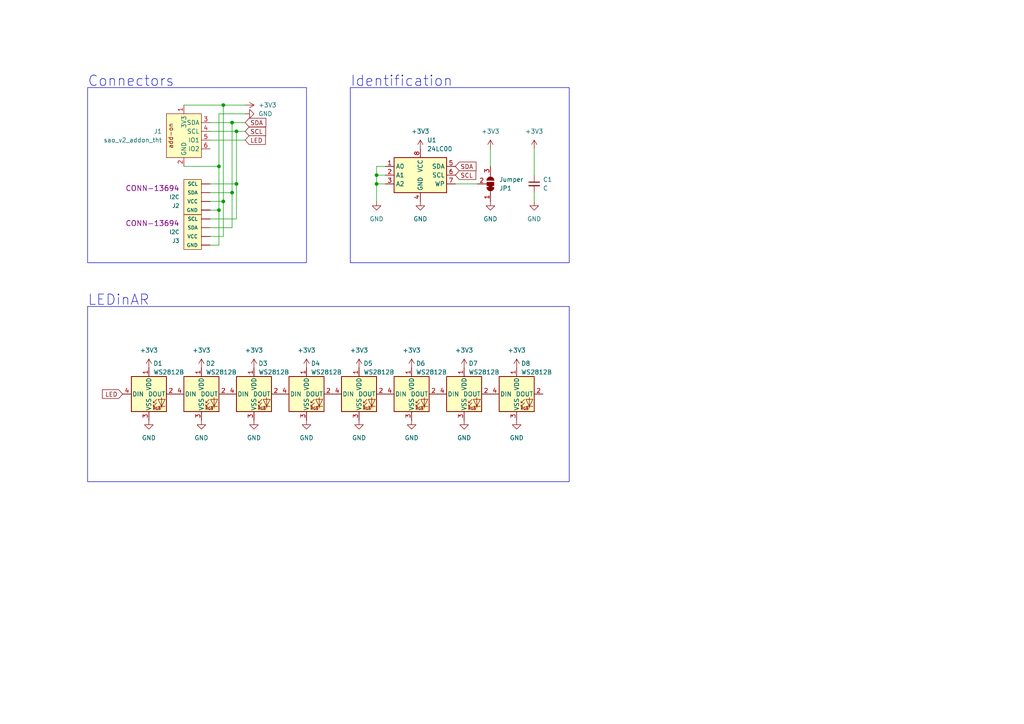
<source format=kicad_sch>
(kicad_sch (version 20230121) (generator eeschema)
  (paper "A4")
  (lib_symbols
    (symbol "Device:C_Small" (pin_numbers hide) (pin_names (offset 0.254) hide)
      (property "Reference" "C" (at 0.254 1.778 0))
      (property "Value" "C_Small" (at 0.254 -2.032 0))
      (symbol "C_Small_0_1"
        (polyline (pts (xy -1.524 -0.508) (xy 1.524 -0.508)) (stroke (width 0.3302)))
        (polyline (pts (xy -1.524 0.508) (xy 1.524 0.508)) (stroke (width 0.3048)))
      )
      (symbol "C_Small_1_1"
        (pin passive line (at 0 2.54 270) (length 2.032) (name "~") (number "1"))
        (pin passive line (at 0 -2.54 90) (length 2.032) (name "~") (number "2"))
      )
    )
    (symbol "Jumper:SolderJumper_3_Bridged12" (pin_names (offset 0) hide)
      (property "Reference" "JP" (at -2.54 -2.54 0))
      (property "Value" "SolderJumper_3_Bridged12" (at 0 2.794 0))
      (symbol "SolderJumper_3_Bridged12_0_1"
        (rectangle (start -1.016 0.508) (end -0.508 -0.508) (fill (type outline)))
        (arc (start -1.016 1.016) (mid -2.0276 0) (end -1.016 -1.016))
        (arc (start -1.016 1.016) (mid -2.0276 0) (end -1.016 -1.016) (fill (type outline)))
        (rectangle (start -0.508 1.016) (end 0.508 -1.016) (fill (type outline)))
        (polyline (pts (xy -2.54 0) (xy -2.032 0)))
        (polyline (pts (xy -1.016 1.016) (xy -1.016 -1.016)))
        (polyline (pts (xy 0 -1.27) (xy 0 -1.016)))
        (polyline (pts (xy 1.016 1.016) (xy 1.016 -1.016)))
        (polyline (pts (xy 2.54 0) (xy 2.032 0)))
        (arc (start 1.016 -1.016) (mid 2.0276 0) (end 1.016 1.016))
        (arc (start 1.016 -1.016) (mid 2.0276 0) (end 1.016 1.016) (fill (type outline)))
      )
      (symbol "SolderJumper_3_Bridged12_1_1"
        (pin passive line (at -5.08 0 0) (length 2.54) (name "A") (number "1"))
        (pin passive line (at 0 -3.81 90) (length 2.54) (name "C") (number "2"))
        (pin passive line (at 5.08 0 180) (length 2.54) (name "B") (number "3"))
      )
    )
    (symbol "LED:WS2812B" (pin_names (offset 0.254))
      (property "Reference" "D" (at 5.08 5.715 0))
      (property "Value" "WS2812B" (at 1.27 -5.715 0))
      (symbol "WS2812B_0_0"
        (text "RGB" (at 2.286 -4.191 0) (effects (font (size 0.762 0.762))))
      )
      (symbol "WS2812B_0_1"
        (polyline (pts (xy 1.27 -3.556) (xy 1.778 -3.556)))
        (polyline (pts (xy 1.27 -2.54) (xy 1.778 -2.54)))
        (polyline (pts (xy 4.699 -3.556) (xy 2.667 -3.556)))
        (polyline (pts (xy 2.286 -2.54) (xy 1.27 -3.556) (xy 1.27 -3.048)))
        (polyline (pts (xy 2.286 -1.524) (xy 1.27 -2.54) (xy 1.27 -2.032)))
        (polyline (pts (xy 3.683 -1.016) (xy 3.683 -3.556) (xy 3.683 -4.064)))
        (polyline (pts (xy 4.699 -1.524) (xy 2.667 -1.524) (xy 3.683 -3.556) (xy 4.699 -1.524)))
        (rectangle (start 5.08 5.08) (end -5.08 -5.08) (stroke (width 0.254)) (fill (type background)))
      )
      (symbol "WS2812B_1_1"
        (pin power_in line (at 0 7.62 270) (length 2.54) (name "VDD") (number "1"))
        (pin output line (at 7.62 0 180) (length 2.54) (name "DOUT") (number "2"))
        (pin power_in line (at 0 -7.62 90) (length 2.54) (name "VSS") (number "3"))
        (pin input line (at -7.62 0 0) (length 2.54) (name "DIN") (number "4"))
      )
    )
    (symbol "Memory_EEPROM:24LC00"
      (property "Reference" "U" (at -6.35 6.35 0))
      (property "Value" "24LC00" (at 1.27 6.35 0))
      (symbol "24LC00_1_1"
        (rectangle (start -7.62 5.08) (end 7.62 -5.08) (stroke (width 0.254)) (fill (type background)))
        (pin input line (at -10.16 2.54 0) (length 2.54) (name "A0") (number "1"))
        (pin input line (at -10.16 0 0) (length 2.54) (name "A1") (number "2"))
        (pin input line (at -10.16 -2.54 0) (length 2.54) (name "A2") (number "3"))
        (pin power_in line (at 0 -7.62 90) (length 2.54) (name "GND") (number "4"))
        (pin bidirectional line (at 10.16 2.54 180) (length 2.54) (name "SDA") (number "5"))
        (pin input line (at 10.16 0 180) (length 2.54) (name "SCL") (number "6"))
        (pin input line (at 10.16 -2.54 180) (length 2.54) (name "WP") (number "7"))
        (pin power_in line (at 0 7.62 270) (length 2.54) (name "VCC") (number "8"))
      )
    )
    (symbol "power:+3V3" (power) (pin_names (offset 0))
      (property "Value" "+3V3" (at 0 3.556 0))
      (symbol "+3V3_0_1"
        (polyline (pts (xy -0.762 1.27) (xy 0 2.54)))
        (polyline (pts (xy 0 0) (xy 0 2.54)))
        (polyline (pts (xy 0 2.54) (xy 0.762 1.27)))
      )
      (symbol "+3V3_1_1"
        (pin power_in line (at 0 0 90) (length 0) hide (name "+3V3") (number "1"))
      )
    )
    (symbol "power:GND" (power) (pin_names (offset 0))
      (property "Value" "GND" (at 0 -3.81 0))
      (symbol "GND_0_1"
        (polyline (pts (xy 0 0) (xy 0 -1.27) (xy 1.27 -1.27) (xy 0 -2.54) (xy -1.27 -1.27) (xy 0 -1.27)))
      )
      (symbol "GND_1_1"
        (pin power_in line (at 0 0 270) (length 0) hide (name "GND") (number "1"))
      )
    )
    (symbol "qwiic:qwiic" (pin_numbers hide) (pin_names (offset 1.016))
      (property "Reference" "J3" (at -3.81 10.16 0))
      (property "Value" "I2C" (at -10.16 3.81 90))
      (property "Field4" "CONN-13694" (at -7.62 3.81 90))
      (symbol "qwiic_1_0"
        (rectangle (start 0 -1.27) (end -5.08 8.89) (fill (type background)))
      )
      (symbol "qwiic_1_1"
        (pin power_in line (at 2.54 0 180) (length 2.54) (name "GND") (number "1"))
        (pin power_in line (at 2.54 2.54 180) (length 2.54) (name "VCC") (number "2"))
        (pin passive line (at 2.54 5.08 180) (length 2.54) (name "SDA") (number "3"))
        (pin passive line (at 2.54 7.62 180) (length 2.54) (name "SCL") (number "4"))
        (pin power_in line (at 2.54 0 180) (length 2.54) (name "~") (number "5"))
        (pin power_in line (at 2.54 0 180) (length 2.54) (name "~") (number "6"))
      )
    )
    (symbol "simple_add_on_v2:sao_v2_addon_tht"
      (property "Reference" "J" (at -6.35 0 0))
      (property "Value" "sao_v2_addon_tht" (at -6.35 0 0))
      (symbol "sao_v2_addon_tht_1_1"
        (rectangle (start -5.08 6.35) (end 5.08 -6.35) (fill (type background)))
        (text "add-on" (at -3.81 0 900) (effects (font (size 1.27 1.27))))
        (pin output line (at 0 8.89 270) (length 2.54) (name "3V3") (number "1"))
        (pin output line (at 0 -8.89 90) (length 2.54) (name "GND") (number "2"))
        (pin bidirectional line (at 7.62 3.81 180) (length 2.54) (name "SDA") (number "3"))
        (pin output line (at 7.62 1.27 180) (length 2.54) (name "SCL") (number "4"))
        (pin bidirectional line (at 7.62 -1.27 180) (length 2.54) (name "IO1") (number "5"))
        (pin bidirectional line (at 7.62 -3.81 180) (length 2.54) (name "IO2") (number "6"))
      )
    )
  )
  (junction (at 67.31 55.88))
  (junction (at 64.77 30.48))
  (junction (at 68.58 53.34))
  (junction (at 63.5 60.96))
  (junction (at 109.22 50.8))
  (junction (at 68.58 38.1))
  (junction (at 109.22 53.34))
  (junction (at 67.31 35.56))
  (junction (at 64.77 58.42))
  (junction (at 63.5 48.26))
  (wire (pts (xy 68.58 38.1) (xy 68.58 53.34)))
  (wire (pts (xy 64.77 30.48) (xy 71.12 30.48)))
  (wire (pts (xy 60.96 55.88) (xy 67.31 55.88)))
  (wire (pts (xy 63.5 71.12) (xy 63.5 60.96)))
  (wire (pts (xy 109.22 53.34) (xy 111.76 53.34)))
  (wire (pts (xy 60.96 63.5) (xy 68.58 63.5)))
  (wire (pts (xy 60.96 60.96) (xy 63.5 60.96)))
  (wire (pts (xy 154.94 43.18) (xy 154.94 50.8)))
  (wire (pts (xy 132.08 53.34) (xy 138.43 53.34)))
  (wire (pts (xy 53.34 48.26) (xy 63.5 48.26)))
  (wire (pts (xy 67.31 35.56) (xy 71.12 35.56)))
  (wire (pts (xy 142.24 43.18) (xy 142.24 48.26)))
  (wire (pts (xy 154.94 55.88) (xy 154.94 58.42)))
  (wire (pts (xy 60.96 40.64) (xy 71.12 40.64)))
  (wire (pts (xy 60.96 58.42) (xy 64.77 58.42)))
  (wire (pts (xy 60.96 66.04) (xy 67.31 66.04)))
  (wire (pts (xy 67.31 35.56) (xy 67.31 55.88)))
  (wire (pts (xy 60.96 68.58) (xy 64.77 68.58)))
  (wire (pts (xy 60.96 35.56) (xy 67.31 35.56)))
  (wire (pts (xy 63.5 48.26) (xy 63.5 60.96)))
  (wire (pts (xy 64.77 58.42) (xy 64.77 68.58)))
  (wire (pts (xy 68.58 63.5) (xy 68.58 53.34)))
  (wire (pts (xy 53.34 30.48) (xy 64.77 30.48)))
  (wire (pts (xy 109.22 48.26) (xy 111.76 48.26)))
  (wire (pts (xy 109.22 48.26) (xy 109.22 50.8)))
  (wire (pts (xy 63.5 33.02) (xy 63.5 48.26)))
  (wire (pts (xy 68.58 38.1) (xy 71.12 38.1)))
  (wire (pts (xy 109.22 50.8) (xy 111.76 50.8)))
  (wire (pts (xy 64.77 30.48) (xy 64.77 58.42)))
  (wire (pts (xy 109.22 58.42) (xy 109.22 53.34)))
  (wire (pts (xy 109.22 50.8) (xy 109.22 53.34)))
  (wire (pts (xy 63.5 33.02) (xy 71.12 33.02)))
  (wire (pts (xy 60.96 38.1) (xy 68.58 38.1)))
  (wire (pts (xy 67.31 66.04) (xy 67.31 55.88)))
  (wire (pts (xy 60.96 71.12) (xy 63.5 71.12)))
  (wire (pts (xy 60.96 53.34) (xy 68.58 53.34)))
  (rectangle (start 101.6 25.4) (end 165.1 76.2))
  (rectangle (start 25.4 25.4) (end 88.9 76.2))
  (rectangle (start 25.4 88.9) (end 165.1 139.7))
  (text "Connectors" (at 25.4 25.4 0) (effects (font (size 3 3)) (justify left bottom)))
  (text "LEDinAR" (at 25.4 88.9 0) (effects (font (size 3 3)) (justify left bottom)))
  (text "Identification" (at 101.6 25.4 0) (effects (font (size 3 3)) (justify left bottom)))
  (global_label "SCL" (shape input) (at 71.12 38.1 0) (property "Intersheetrefs" "${INTERSHEET_REFS}" (effects hide)))
  (global_label "LED" (shape input) (at 71.12 40.64 0) (property "Intersheetrefs" "${INTERSHEET_REFS}" (effects hide)))
  (global_label "SDA" (shape input) (at 71.12 35.56 0) (property "Intersheetrefs" "${INTERSHEET_REFS}" (effects hide)))
  (global_label "SDA" (shape input) (at 132.08 48.26 0) (property "Intersheetrefs" "${INTERSHEET_REFS}" (effects hide)))
  (global_label "SCL" (shape input) (at 132.08 50.8 0) (property "Intersheetrefs" "${INTERSHEET_REFS}" (effects hide)))
  (global_label "LED" (shape input) (at 35.56 114.3 180) (property "Intersheetrefs" "${INTERSHEET_REFS}" (effects hide)))
  (symbol (lib_id "power:GND") (at 121.92 58.42 0) (unit 1)
    (property "Reference" "#PWR04" (effects hide))
    (property "Value" "GND" (at 121.92 63.5 0))
  )
  (symbol (lib_id "power:GND") (at 149.86 121.92 0) (unit 1)
    (property "Reference" "#PWR025" (effects hide))
    (property "Value" "GND" (at 149.86 127 0))
  )
  (symbol (lib_id "power:+3V3") (at 134.62 106.68 0) (unit 1)
    (property "Reference" "#PWR022" (effects hide))
    (property "Value" "+3V3" (at 134.62 101.6 0))
  )
  (symbol (lib_id "power:GND") (at 43.18 121.92 0) (unit 1)
    (property "Reference" "#PWR011" (effects hide))
    (property "Value" "GND" (at 43.18 127 0))
  )
  (symbol (lib_id "qwiic:qwiic") (at 58.42 60.96 0) (unit 1)
    (property "Reference" "J2" (at 52.07 59.69 0) (effects (font (size 1.143 1.143)) (justify right)))
    (property "Value" "I2C" (at 52.07 57.15 0) (effects (font (size 1.143 1.143)) (justify right)))
    (property "Footprint" "qwiic:1X04_1MM_RA_GND" (effects hide))
    (property "Datasheet" "https://datasheet.lcsc.com/lcsc/1811151533_JST-Sales-America-SM04B-SRSS-TB-LF-SN_C160404.pdf" (effects hide))
    (property "Field4" "CONN-13694" (at 52.07 54.61 0) (effects (font (size 1.524 1.524)) (justify right)))
    (property "LCSC" "C160404" (effects hide))
    (property "MPN" "SM04B-SRSS-TB" (effects hide))
    (property "Manufacturer" "JST" (effects hide))
    (property "Category" "Connectors" (effects hide))
    (property "Description" "Optional" (effects hide))
    (property "Buy early" "Y" (effects hide))
    (property "Sponsored" "N" (effects hide))
  )
  (symbol (lib_id "Memory_EEPROM:24LC00") (at 121.92 50.8 0) (unit 1)
    (property "Reference" "U1" (at 123.8759 40.64 0) (effects (justify left)))
    (property "Value" "24LC00" (at 123.8759 43.18 0) (effects (justify left)))
    (property "Footprint" "Package_SO:SOIC-8_3.9x4.9mm_P1.27mm" (effects hide))
    (property "Datasheet" "http://ww1.microchip.com/downloads/en/DeviceDoc/21178G.pdf" (effects hide))
  )
  (symbol (lib_id "LED:WS2812B") (at 149.86 114.3 0) (unit 1)
    (property "Reference" "D8" (at 151.13 105.41 0) (effects (justify left)))
    (property "Value" "WS2812B" (at 151.13 107.95 0) (effects (justify left)))
    (property "Footprint" "LED_SMD:LED_WS2812B_PLCC4_5.0x5.0mm_P3.2mm" (effects hide))
    (property "Datasheet" "https://cdn-shop.adafruit.com/datasheets/WS2812B.pdf" (effects hide))
  )
  (symbol (lib_id "power:GND") (at 73.66 121.92 0) (unit 1)
    (property "Reference" "#PWR015" (effects hide))
    (property "Value" "GND" (at 73.66 127 0))
  )
  (symbol (lib_id "power:+3V3") (at 58.42 106.68 0) (unit 1)
    (property "Reference" "#PWR012" (effects hide))
    (property "Value" "+3V3" (at 58.42 101.6 0))
  )
  (symbol (lib_id "LED:WS2812B") (at 73.66 114.3 0) (unit 1)
    (property "Reference" "D3" (at 74.93 105.41 0) (effects (justify left)))
    (property "Value" "WS2812B" (at 74.93 107.95 0) (effects (justify left)))
    (property "Footprint" "LED_SMD:LED_WS2812B_PLCC4_5.0x5.0mm_P3.2mm" (effects hide))
    (property "Datasheet" "https://cdn-shop.adafruit.com/datasheets/WS2812B.pdf" (effects hide))
  )
  (symbol (lib_id "power:GND") (at 109.22 58.42 0) (unit 1)
    (property "Reference" "#PWR05" (effects hide))
    (property "Value" "GND" (at 109.22 63.5 0))
  )
  (symbol (lib_id "LED:WS2812B") (at 43.18 114.3 0) (unit 1)
    (property "Reference" "D1" (at 44.45 105.41 0) (effects (justify left)))
    (property "Value" "WS2812B" (at 44.45 107.95 0) (effects (justify left)))
    (property "Footprint" "LED_SMD:LED_WS2812B_PLCC4_5.0x5.0mm_P3.2mm" (effects hide))
    (property "Datasheet" "https://cdn-shop.adafruit.com/datasheets/WS2812B.pdf" (effects hide))
  )
  (symbol (lib_id "LED:WS2812B") (at 58.42 114.3 0) (unit 1)
    (property "Reference" "D2" (at 59.69 105.41 0) (effects (justify left)))
    (property "Value" "WS2812B" (at 59.69 107.95 0) (effects (justify left)))
    (property "Footprint" "LED_SMD:LED_WS2812B_PLCC4_5.0x5.0mm_P3.2mm" (effects hide))
    (property "Datasheet" "https://cdn-shop.adafruit.com/datasheets/WS2812B.pdf" (effects hide))
  )
  (symbol (lib_id "power:+3V3") (at 104.14 106.68 0) (unit 1)
    (property "Reference" "#PWR018" (effects hide))
    (property "Value" "+3V3" (at 104.14 101.6 0))
  )
  (symbol (lib_id "power:+3V3") (at 154.94 43.18 0) (unit 1)
    (property "Reference" "#PWR09" (effects hide))
    (property "Value" "+3V3" (at 154.94 38.1 0))
  )
  (symbol (lib_id "power:+3V3") (at 73.66 106.68 0) (unit 1)
    (property "Reference" "#PWR014" (effects hide))
    (property "Value" "+3V3" (at 73.66 101.6 0))
  )
  (symbol (lib_id "power:+3V3") (at 43.18 106.68 0) (unit 1)
    (property "Reference" "#PWR010" (effects hide))
    (property "Value" "+3V3" (at 43.18 101.6 0))
  )
  (symbol (lib_id "LED:WS2812B") (at 134.62 114.3 0) (unit 1)
    (property "Reference" "D7" (at 135.89 105.41 0) (effects (justify left)))
    (property "Value" "WS2812B" (at 135.89 107.95 0) (effects (justify left)))
    (property "Footprint" "LED_SMD:LED_WS2812B_PLCC4_5.0x5.0mm_P3.2mm" (effects hide))
    (property "Datasheet" "https://cdn-shop.adafruit.com/datasheets/WS2812B.pdf" (effects hide))
  )
  (symbol (lib_id "Jumper:SolderJumper_3_Bridged12") (at 142.24 53.34 270) (mirror x) (unit 1) (in_bom no)
    (property "Reference" "JP1" (at 144.78 54.61 90) (effects (justify left)))
    (property "Value" "Jumper" (at 144.78 52.07 90) (effects (justify left)))
    (property "Footprint" "Jumper:SolderJumper-3_P1.3mm_Bridged12_RoundedPad1.0x1.5mm" (effects hide))
  )
  (symbol (lib_id "LED:WS2812B") (at 104.14 114.3 0) (unit 1)
    (property "Reference" "D5" (at 105.41 105.41 0) (effects (justify left)))
    (property "Value" "WS2812B" (at 105.41 107.95 0) (effects (justify left)))
    (property "Footprint" "LED_SMD:LED_WS2812B_PLCC4_5.0x5.0mm_P3.2mm" (effects hide))
    (property "Datasheet" "https://cdn-shop.adafruit.com/datasheets/WS2812B.pdf" (effects hide))
  )
  (symbol (lib_id "LED:WS2812B") (at 88.9 114.3 0) (unit 1)
    (property "Reference" "D4" (at 90.17 105.41 0) (effects (justify left)))
    (property "Value" "WS2812B" (at 90.17 107.95 0) (effects (justify left)))
    (property "Footprint" "LED_SMD:LED_WS2812B_PLCC4_5.0x5.0mm_P3.2mm" (effects hide))
    (property "Datasheet" "https://cdn-shop.adafruit.com/datasheets/WS2812B.pdf" (effects hide))
  )
  (symbol (lib_id "power:GND") (at 88.9 121.92 0) (unit 1)
    (property "Reference" "#PWR017" (effects hide))
    (property "Value" "GND" (at 88.9 127 0))
  )
  (symbol (lib_id "power:+3V3") (at 121.92 43.18 0) (unit 1)
    (property "Reference" "#PWR03" (effects hide))
    (property "Value" "+3V3" (at 121.92 38.1 0))
  )
  (symbol (lib_id "power:GND") (at 134.62 121.92 0) (unit 1)
    (property "Reference" "#PWR023" (effects hide))
    (property "Value" "GND" (at 134.62 127 0))
  )
  (symbol (lib_id "power:+3V3") (at 149.86 106.68 0) (unit 1)
    (property "Reference" "#PWR024" (effects hide))
    (property "Value" "+3V3" (at 149.86 101.6 0))
  )
  (symbol (lib_id "qwiic:qwiic") (at 58.42 71.12 0) (unit 1)
    (property "Reference" "J3" (at 52.07 69.85 0) (effects (font (size 1.143 1.143)) (justify right)))
    (property "Value" "I2C" (at 52.07 67.31 0) (effects (font (size 1.143 1.143)) (justify right)))
    (property "Footprint" "qwiic:1X04_1MM_RA_GND" (effects hide))
    (property "Datasheet" "https://datasheet.lcsc.com/lcsc/1811151533_JST-Sales-America-SM04B-SRSS-TB-LF-SN_C160404.pdf" (effects hide))
    (property "Field4" "CONN-13694" (at 52.07 64.77 0) (effects (font (size 1.524 1.524)) (justify right)))
    (property "LCSC" "C160404" (effects hide))
    (property "MPN" "SM04B-SRSS-TB" (effects hide))
    (property "Manufacturer" "JST" (effects hide))
    (property "Category" "Connectors" (effects hide))
    (property "Description" "Optional" (effects hide))
    (property "Buy early" "Y" (effects hide))
    (property "Sponsored" "N" (effects hide))
  )
  (symbol (lib_id "power:GND") (at 154.94 58.42 0) (unit 1)
    (property "Reference" "#PWR08" (effects hide))
    (property "Value" "GND" (at 154.94 63.5 0))
  )
  (symbol (lib_id "power:GND") (at 142.24 58.42 0) (unit 1)
    (property "Reference" "#PWR06" (effects hide))
    (property "Value" "GND" (at 142.24 63.5 0))
  )
  (symbol (lib_id "power:GND") (at 58.42 121.92 0) (unit 1)
    (property "Reference" "#PWR013" (effects hide))
    (property "Value" "GND" (at 58.42 127 0))
  )
  (symbol (lib_id "power:+3V3") (at 71.12 30.48 270) (unit 1)
    (property "Reference" "#PWR01" (effects hide))
    (property "Value" "+3V3" (at 74.93 30.48 90) (effects (justify left)))
  )
  (symbol (lib_id "LED:WS2812B") (at 119.38 114.3 0) (unit 1)
    (property "Reference" "D6" (at 120.65 105.41 0) (effects (justify left)))
    (property "Value" "WS2812B" (at 120.65 107.95 0) (effects (justify left)))
    (property "Footprint" "LED_SMD:LED_WS2812B_PLCC4_5.0x5.0mm_P3.2mm" (effects hide))
    (property "Datasheet" "https://cdn-shop.adafruit.com/datasheets/WS2812B.pdf" (effects hide))
  )
  (symbol (lib_id "power:GND") (at 71.12 33.02 90) (unit 1)
    (property "Reference" "#PWR02" (effects hide))
    (property "Value" "GND" (at 74.93 33.02 90) (effects (justify right)))
  )
  (symbol (lib_id "power:+3V3") (at 88.9 106.68 0) (unit 1)
    (property "Reference" "#PWR016" (effects hide))
    (property "Value" "+3V3" (at 88.9 101.6 0))
  )
  (symbol (lib_id "Device:C_Small") (at 154.94 53.34 0) (unit 1)
    (property "Reference" "C1" (at 157.48 52.0763 0) (effects (justify left)))
    (property "Value" "C" (at 157.48 54.6163 0) (effects (justify left)))
    (property "Footprint" "Capacitor_SMD:C_0402_1005Metric_Pad0.74x0.62mm_HandSolder" (effects hide))
  )
  (symbol (lib_id "power:GND") (at 104.14 121.92 0) (unit 1)
    (property "Reference" "#PWR019" (effects hide))
    (property "Value" "GND" (at 104.14 127 0))
  )
  (symbol (lib_id "power:+3V3") (at 142.24 43.18 0) (unit 1)
    (property "Reference" "#PWR07" (effects hide))
    (property "Value" "+3V3" (at 142.24 38.1 0))
  )
  (symbol (lib_id "power:+3V3") (at 119.38 106.68 0) (unit 1)
    (property "Reference" "#PWR020" (effects hide))
    (property "Value" "+3V3" (at 119.38 101.6 0))
  )
  (symbol (lib_id "simple_add_on_v2:sao_v2_addon_tht") (at 53.34 39.37 0) (unit 1)
    (property "Reference" "J1" (at 46.99 38.1 0) (effects (justify right)))
    (property "Value" "sao_v2_addon_tht" (at 46.99 40.64 0) (effects (justify right)))
    (property "Footprint" "simple_add_on_v2:sao_v2_addon_tht" (effects hide))
  )
  (symbol (lib_id "power:GND") (at 119.38 121.92 0) (unit 1)
    (property "Reference" "#PWR021" (effects hide))
    (property "Value" "GND" (at 119.38 127 0))
  )
)
</source>
